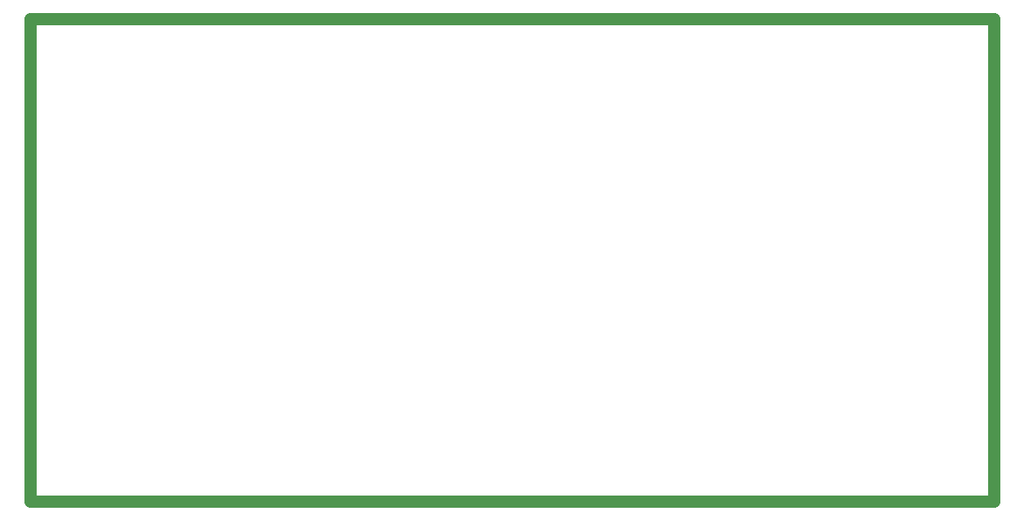
<source format=gm1>
G04*
G04 #@! TF.GenerationSoftware,Altium Limited,Altium Designer,20.0.2 (26)*
G04*
G04 Layer_Color=16711935*
%FSLAX25Y25*%
%MOIN*%
G70*
G01*
G75*
%ADD93C,0.05000*%
D93*
X75000Y0D02*
X318500D01*
X39500D02*
X75000D01*
X0D02*
X39500D01*
X0Y-197500D02*
Y0D01*
Y-197500D02*
X39500D01*
X75000D01*
X318500D01*
X354000D01*
X393701D01*
Y0D01*
X318500D02*
X354000D01*
X393701D01*
M02*

</source>
